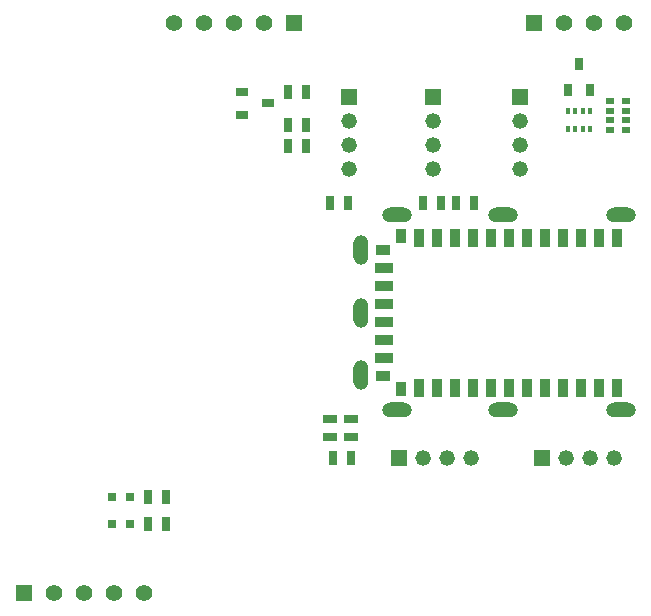
<source format=gts>
G04 (created by PCBNEW (2013-05-16 BZR 4016)-stable) date 7/3/2013 12:56:30*
%MOIN*%
G04 Gerber Fmt 3.4, Leading zero omitted, Abs format*
%FSLAX34Y34*%
G01*
G70*
G90*
G04 APERTURE LIST*
%ADD10C,0.00590551*%
%ADD11R,0.0315X0.0394*%
%ADD12R,0.025X0.045*%
%ADD13R,0.045X0.025*%
%ADD14R,0.016X0.024*%
%ADD15R,0.055X0.055*%
%ADD16C,0.055*%
%ADD17R,0.032X0.05*%
%ADD18R,0.032X0.06*%
%ADD19R,0.06X0.032*%
%ADD20R,0.05X0.032*%
%ADD21R,0.0314X0.0314*%
%ADD22R,0.025X0.02*%
%ADD23R,0.0394X0.0315*%
%ADD24O,0.05X0.1*%
%ADD25O,0.1X0.05*%
%ADD26C,0.052*%
%ADD27R,0.052X0.052*%
G04 APERTURE END LIST*
G54D10*
G54D11*
X99700Y-46167D03*
X100075Y-47033D03*
X99325Y-47033D03*
G54D12*
X90600Y-48900D03*
X90000Y-48900D03*
G54D13*
X92100Y-58600D03*
X92100Y-58000D03*
X91400Y-58000D03*
X91400Y-58600D03*
G54D14*
X99330Y-48330D03*
X99580Y-48330D03*
X99830Y-48330D03*
X100080Y-48330D03*
X100080Y-47730D03*
X99830Y-47730D03*
X99580Y-47730D03*
X99330Y-47730D03*
G54D15*
X90200Y-44800D03*
G54D16*
X89200Y-44800D03*
X88200Y-44800D03*
X87200Y-44800D03*
X86200Y-44800D03*
G54D15*
X98200Y-44800D03*
G54D16*
X99200Y-44800D03*
X100200Y-44800D03*
X101200Y-44800D03*
G54D15*
X81200Y-63800D03*
G54D16*
X82200Y-63800D03*
X83200Y-63800D03*
X84200Y-63800D03*
X85200Y-63800D03*
G54D17*
X93770Y-57010D03*
G54D18*
X94370Y-56960D03*
X94970Y-56960D03*
X95570Y-56960D03*
X96160Y-56950D03*
X96760Y-56950D03*
X97360Y-56950D03*
X97960Y-56950D03*
X98560Y-56950D03*
X99160Y-56950D03*
X99760Y-56950D03*
X100360Y-56950D03*
X100960Y-56950D03*
X100970Y-51960D03*
X100370Y-51960D03*
X99770Y-51960D03*
X99170Y-51960D03*
X98570Y-51960D03*
X97970Y-51960D03*
X97370Y-51960D03*
X96770Y-51960D03*
X96170Y-51960D03*
X95570Y-51960D03*
X94970Y-51960D03*
X94370Y-51960D03*
G54D17*
X93770Y-51910D03*
G54D19*
X93220Y-52960D03*
X93220Y-53560D03*
X93220Y-54160D03*
X93220Y-54760D03*
X93220Y-55360D03*
X93220Y-55960D03*
G54D20*
X93170Y-56560D03*
X93170Y-52360D03*
G54D21*
X84745Y-60600D03*
X84155Y-60600D03*
X84745Y-61500D03*
X84155Y-61500D03*
G54D22*
X100730Y-47400D03*
X100730Y-47730D03*
X100730Y-48030D03*
X100730Y-48360D03*
X101270Y-48360D03*
X101270Y-48030D03*
X101270Y-47730D03*
X101270Y-47400D03*
G54D12*
X90000Y-47100D03*
X90600Y-47100D03*
X91500Y-59300D03*
X92100Y-59300D03*
X95100Y-50800D03*
X94500Y-50800D03*
X85950Y-60600D03*
X85350Y-60600D03*
X85950Y-61500D03*
X85350Y-61500D03*
X90600Y-48200D03*
X90000Y-48200D03*
X95600Y-50800D03*
X96200Y-50800D03*
X92000Y-50800D03*
X91400Y-50800D03*
G54D23*
X89328Y-47475D03*
X88462Y-47850D03*
X88462Y-47100D03*
G54D24*
X92450Y-52380D03*
X92450Y-54450D03*
X92450Y-56520D03*
G54D25*
X93630Y-57700D03*
X97180Y-57700D03*
X101110Y-57700D03*
X93630Y-51200D03*
X97180Y-51200D03*
X101110Y-51200D03*
G54D26*
X92040Y-49660D03*
X92040Y-48860D03*
X92040Y-48060D03*
G54D27*
X92040Y-47260D03*
G54D26*
X100860Y-59310D03*
X100060Y-59310D03*
X99260Y-59310D03*
G54D27*
X98460Y-59310D03*
G54D26*
X97740Y-49660D03*
X97740Y-48860D03*
X97740Y-48060D03*
G54D27*
X97740Y-47260D03*
G54D26*
X96110Y-59310D03*
X95310Y-59310D03*
X94510Y-59310D03*
G54D27*
X93710Y-59310D03*
G54D26*
X94840Y-49660D03*
X94840Y-48860D03*
X94840Y-48060D03*
G54D27*
X94840Y-47260D03*
M02*

</source>
